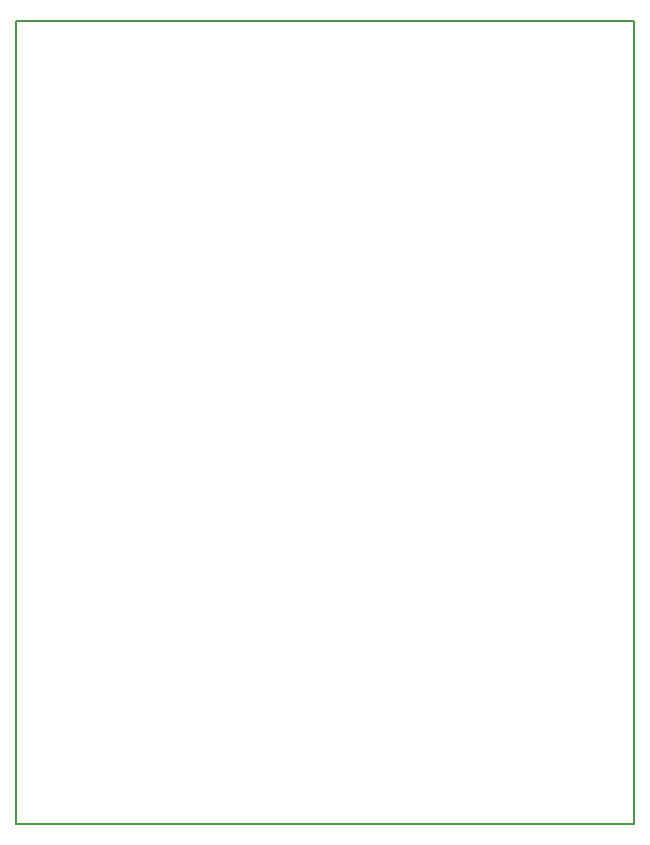
<source format=gm1>
G04*
G04 #@! TF.GenerationSoftware,Altium Limited,Altium Designer,18.1.9 (240)*
G04*
G04 Layer_Color=16711935*
%FSLAX43Y43*%
%MOMM*%
G71*
G01*
G75*
%ADD11C,0.152*%
D11*
X-2020Y-2080D02*
X50280D01*
X-2020Y65920D02*
X50280D01*
Y-2080D02*
Y65920D01*
X-2020Y-2080D02*
Y65920D01*
M02*

</source>
